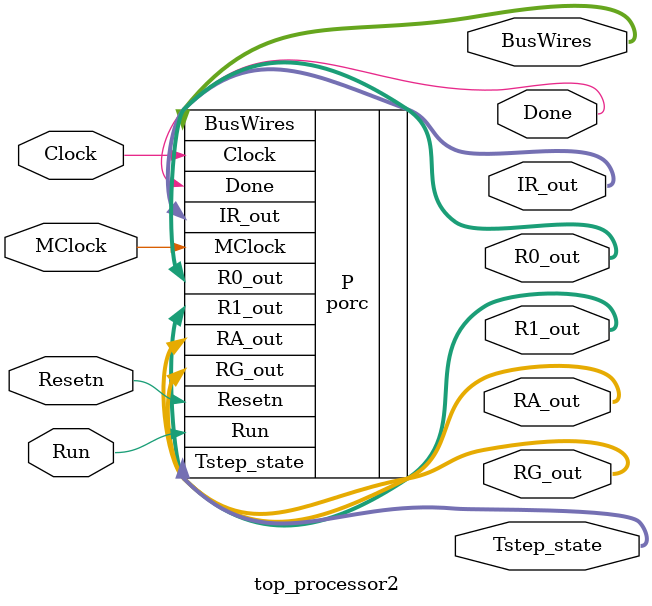
<source format=sv>
module top_processor2 (
    input logic Resetn,
    input logic Clock,
    input logic MClock,
    input logic Run,
    output logic Done,
    output logic [8:0] BusWires,
    output logic [8:0] R0_out,
    output logic [8:0] R1_out,
    output logic [8:0] RA_out,
    output logic [8:0] RG_out,
    output logic [8:0] IR_out,
    output logic [1:0] Tstep_state
);

// Instantiate your processor module here
// Example placeholder:
    porc P (
        .Resetn(Resetn),
        .Clock(Clock),
        .MClock(MClock),
        .Run(Run),
        .Done(Done),
        .BusWires(BusWires),
        .R0_out(R0_out),
        .R1_out(R1_out),
        .RA_out(RA_out),
        .RG_out(RG_out),
        .IR_out(IR_out),
        .Tstep_state(Tstep_state)
    );

endmodule

</source>
